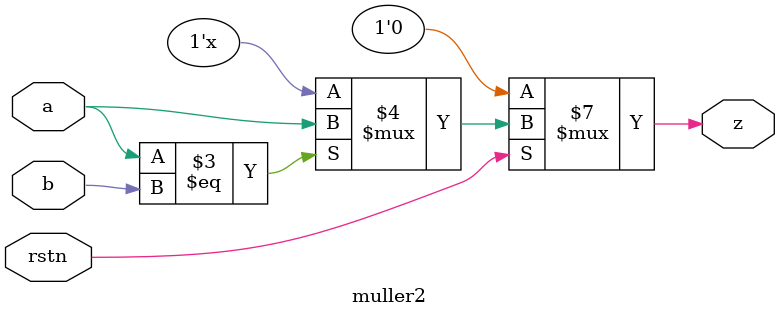
<source format=v>

`timescale 1ns/1ns

module muller2(/*AUTOARG*/
   // Outputs
   z,
   // Inputs
   a, b, rstn
   );
  input  a;
  input  b;
  input  rstn;
  output z;

  /*AUTOREG*/
  // Beginning of automatic regs (for this module's undeclared outputs)
  reg                   z;
  // End of automatics

  always @* begin
    if(rstn == 1'b0) begin
      z <= 0;
    end
    else begin
      if(a == b)
        z <= #1 a;
    end

  end



endmodule // muller2

</source>
